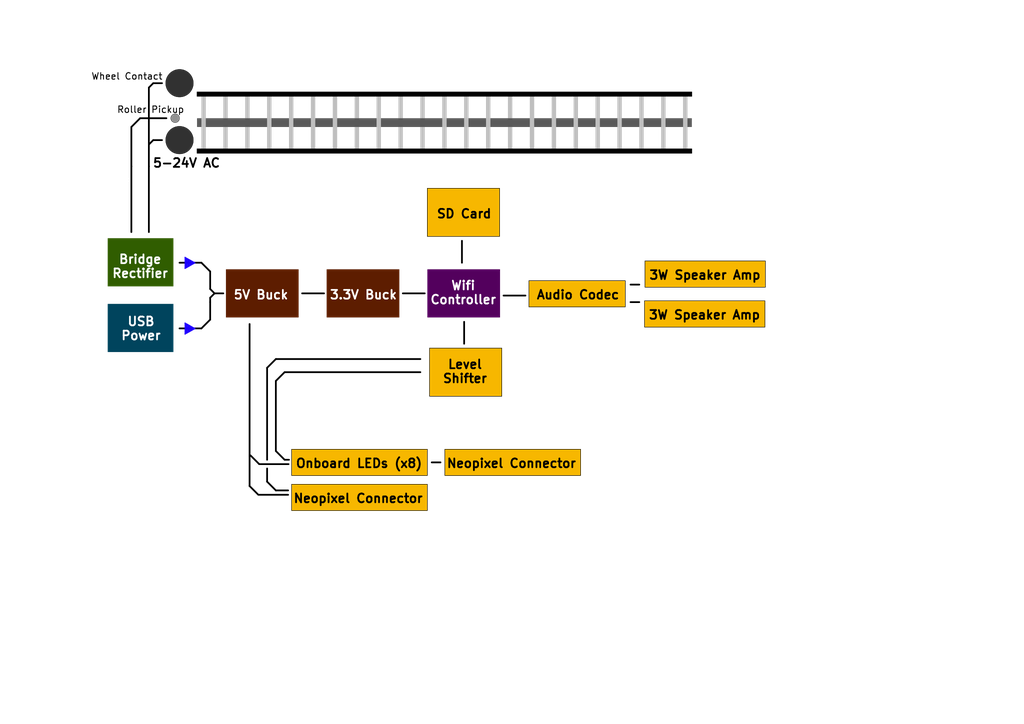
<source format=kicad_sch>
(kicad_sch
	(version 20231120)
	(generator "eeschema")
	(generator_version "8.0")
	(uuid "6daea985-e2e6-4937-a668-0ec0f2c89da8")
	(paper "A4")
	(lib_symbols)
	(polyline
		(pts
			(xy 60.96 86.36) (xy 62.23 85.09)
		)
		(stroke
			(width 0.508)
			(type default)
			(color 0 0 0 1)
		)
		(uuid "05e3a66a-83f7-43a5-8456-a8f94f9c1e82")
	)
	(polyline
		(pts
			(xy 125.222 134.112) (xy 127.762 134.112)
		)
		(stroke
			(width 0.508)
			(type default)
			(color 0 0 0 1)
		)
		(uuid "105f5fe9-c5bb-4079-9752-cd75dbaaed68")
	)
	(polyline
		(pts
			(xy 52.07 76.2) (xy 58.42 76.2)
		)
		(stroke
			(width 0.508)
			(type default)
			(color 0 0 0 1)
		)
		(uuid "1521d809-0a84-4216-a6e4-65c38b6a32d6")
	)
	(bus
		(pts
			(xy 80.01 130.81) (xy 82.55 133.35)
		)
		(stroke
			(width 0.508)
			(type default)
			(color 0 0 0 1)
		)
		(uuid "1e554e7b-9b7d-4a90-82f9-19b64e343e8d")
	)
	(polyline
		(pts
			(xy 44.45 40.64) (xy 43.18 41.91)
		)
		(stroke
			(width 0.508)
			(type default)
			(color 0 0 0 1)
		)
		(uuid "1e735667-163d-472e-a076-88989b6f35a3")
	)
	(bus
		(pts
			(xy 77.47 135.89) (xy 77.47 139.7)
		)
		(stroke
			(width 0.508)
			(type default)
			(color 0 0 0 1)
		)
		(uuid "27b524cb-af53-43c2-9cb4-7704f1cc7eb6")
	)
	(bus
		(pts
			(xy 121.92 107.95) (xy 82.55 107.95)
		)
		(stroke
			(width 0.508)
			(type default)
			(color 0 0 0 1)
		)
		(uuid "2a97e721-d41e-4732-9e00-c9d6a9eabf6f")
	)
	(polyline
		(pts
			(xy 75.057 143.51) (xy 83.566 143.51)
		)
		(stroke
			(width 0.508)
			(type default)
			(color 0 0 0 1)
		)
		(uuid "3c8dbf19-489c-4ccb-81f6-a58401212bf7")
	)
	(polyline
		(pts
			(xy 58.42 76.2) (xy 60.96 78.74)
		)
		(stroke
			(width 0.508)
			(type default)
			(color 0 0 0 1)
		)
		(uuid "48e15c95-05f3-44f0-82eb-fda5770426f6")
	)
	(polyline
		(pts
			(xy 134.62 99.695) (xy 134.62 93.345)
		)
		(stroke
			(width 0.508)
			(type default)
			(color 0 0 0 1)
		)
		(uuid "4af55de0-6128-4eaa-bdfe-30f17eb05f18")
	)
	(bus
		(pts
			(xy 82.55 107.95) (xy 80.01 110.49)
		)
		(stroke
			(width 0.508)
			(type default)
			(color 0 0 0 1)
		)
		(uuid "525517f0-d55d-496b-9c5a-b8e8970fd601")
	)
	(polyline
		(pts
			(xy 44.45 24.13) (xy 43.18 25.4)
		)
		(stroke
			(width 0.508)
			(type default)
			(color 0 0 0 1)
		)
		(uuid "52e3fbd7-d5ea-4ab6-a9f6-0ca199f09d65")
	)
	(polyline
		(pts
			(xy 60.96 87.63) (xy 60.96 86.36)
		)
		(stroke
			(width 0.508)
			(type default)
			(color 0 0 0 1)
		)
		(uuid "571078bc-634e-4741-beb8-1cf10668ce4f")
	)
	(polyline
		(pts
			(xy 62.23 85.09) (xy 64.77 85.09)
		)
		(stroke
			(width 0.508)
			(type default)
			(color 0 0 0 1)
		)
		(uuid "5ddfff46-2ffd-468a-befe-15ce2cc854e5")
	)
	(polyline
		(pts
			(xy 72.644 132.08) (xy 75.184 134.62)
		)
		(stroke
			(width 0.508)
			(type default)
			(color 0 0 0 1)
		)
		(uuid "5fb13256-e499-4951-9a3b-b0019836fff9")
	)
	(polyline
		(pts
			(xy 116.84 85.09) (xy 123.19 85.09)
		)
		(stroke
			(width 0.508)
			(type default)
			(color 0 0 0 1)
		)
		(uuid "64629586-0e15-4494-9cdb-96d561710ab3")
	)
	(polyline
		(pts
			(xy 46.99 40.64) (xy 44.45 40.64)
		)
		(stroke
			(width 0.508)
			(type default)
			(color 0 0 0 1)
		)
		(uuid "665a9348-1834-4a5c-bf9f-70b569344ca4")
	)
	(polyline
		(pts
			(xy 38.1 48.26) (xy 38.1 67.31)
		)
		(stroke
			(width 0.508)
			(type default)
			(color 0 0 0 1)
		)
		(uuid "80e171b9-4134-43bc-9923-7daaf6a91a5f")
	)
	(polyline
		(pts
			(xy 48.26 34.29) (xy 40.64 34.29)
		)
		(stroke
			(width 0.508)
			(type default)
			(color 0 0 0 1)
		)
		(uuid "8132d714-c155-4b65-9195-7fa7ccd901c7")
	)
	(polyline
		(pts
			(xy 72.39 140.97) (xy 74.93 143.51)
		)
		(stroke
			(width 0.508)
			(type default)
			(color 0 0 0 1)
		)
		(uuid "8213d4e4-156a-4da3-a03f-af3826d41abd")
	)
	(polyline
		(pts
			(xy 46.99 24.13) (xy 44.45 24.13)
		)
		(stroke
			(width 0.508)
			(type default)
			(color 0 0 0 1)
		)
		(uuid "8351e025-dbcc-426a-be1a-1dd8b3d85110")
	)
	(polyline
		(pts
			(xy 38.1 36.83) (xy 38.1 48.26)
		)
		(stroke
			(width 0.508)
			(type default)
			(color 0 0 0 1)
		)
		(uuid "87f4be5f-4e7e-4e9e-a3bb-43cb5e10f2db")
	)
	(polyline
		(pts
			(xy 60.96 78.74) (xy 60.96 83.82)
		)
		(stroke
			(width 0.508)
			(type default)
			(color 0 0 0 1)
		)
		(uuid "88a51665-724d-4e7a-b327-9b25a608e05e")
	)
	(polyline
		(pts
			(xy 87.63 85.09) (xy 93.98 85.09)
		)
		(stroke
			(width 0.508)
			(type default)
			(color 0 0 0 1)
		)
		(uuid "891deef7-c6ff-451b-91f6-fbd6e901aefa")
	)
	(polyline
		(pts
			(xy 80.01 142.24) (xy 83.566 142.24)
		)
		(stroke
			(width 0.508)
			(type default)
			(color 0 0 0 1)
		)
		(uuid "8a109217-64ce-4a5c-a19c-e632658b88bd")
	)
	(bus
		(pts
			(xy 121.92 104.14) (xy 80.01 104.14)
		)
		(stroke
			(width 0.508)
			(type default)
			(color 0 0 0 1)
		)
		(uuid "91753a48-d7f6-423d-9ef5-670079529f1a")
	)
	(bus
		(pts
			(xy 77.47 139.7) (xy 80.01 142.24)
		)
		(stroke
			(width 0.508)
			(type default)
			(color 0 0 0 1)
		)
		(uuid "97c7c1a7-1cfb-4348-8d6e-dfb225ebbdf0")
	)
	(polyline
		(pts
			(xy 40.64 34.29) (xy 38.1 36.83)
		)
		(stroke
			(width 0.508)
			(type default)
			(color 0 0 0 1)
		)
		(uuid "99e96758-c932-436b-b4b7-1c49604abc3b")
	)
	(bus
		(pts
			(xy 80.01 110.49) (xy 80.01 130.81)
		)
		(stroke
			(width 0.508)
			(type default)
			(color 0 0 0 1)
		)
		(uuid "a6862bf5-d81a-47d7-9b57-e803460ced8f")
	)
	(polyline
		(pts
			(xy 60.96 83.82) (xy 62.23 85.09)
		)
		(stroke
			(width 0.508)
			(type default)
			(color 0 0 0 1)
		)
		(uuid "a82939d5-a3ca-47b9-94b9-f321e6480ff6")
	)
	(polyline
		(pts
			(xy 43.18 25.4) (xy 43.18 48.26)
		)
		(stroke
			(width 0.508)
			(type default)
			(color 0 0 0 1)
		)
		(uuid "a837b2f7-2525-4522-add1-89a7fa26a5d9")
	)
	(polyline
		(pts
			(xy 133.985 69.85) (xy 133.985 76.2)
		)
		(stroke
			(width 0.508)
			(type default)
			(color 0 0 0 1)
		)
		(uuid "b0395b46-4813-4eb2-9977-2e074fa4e97f")
	)
	(bus
		(pts
			(xy 80.01 104.14) (xy 77.47 106.68)
		)
		(stroke
			(width 0.508)
			(type default)
			(color 0 0 0 1)
		)
		(uuid "bbf89e6f-4ec5-485b-afe4-fa6ff9bcf27b")
	)
	(polyline
		(pts
			(xy 182.88 87.63) (xy 185.42 87.63)
		)
		(stroke
			(width 0.508)
			(type default)
			(color 0 0 0 1)
		)
		(uuid "cabb5291-7760-4278-a9b3-3291154e3271")
	)
	(bus
		(pts
			(xy 77.47 106.68) (xy 77.47 133.35)
		)
		(stroke
			(width 0.508)
			(type default)
			(color 0 0 0 1)
		)
		(uuid "d133219d-a62a-436e-89d6-ca51a1ccbc7f")
	)
	(polyline
		(pts
			(xy 52.07 95.25) (xy 58.42 95.25)
		)
		(stroke
			(width 0.508)
			(type default)
			(color 0 0 0 1)
		)
		(uuid "d2878407-bd73-40cf-9a55-5fbcf61d6251")
	)
	(polyline
		(pts
			(xy 60.96 87.63) (xy 60.96 92.71)
		)
		(stroke
			(width 0.508)
			(type default)
			(color 0 0 0 1)
		)
		(uuid "d677ac50-cded-40aa-bf76-a496485bc178")
	)
	(polyline
		(pts
			(xy 146.05 85.725) (xy 152.4 85.725)
		)
		(stroke
			(width 0.508)
			(type default)
			(color 0 0 0 1)
		)
		(uuid "e12ffe92-08d3-44ff-9524-951268bad11c")
	)
	(polyline
		(pts
			(xy 58.42 95.25) (xy 60.96 92.71)
		)
		(stroke
			(width 0.508)
			(type default)
			(color 0 0 0 1)
		)
		(uuid "e1632af8-a51c-407a-88a3-ee7ced9357cb")
	)
	(polyline
		(pts
			(xy 75.184 134.62) (xy 83.693 134.62)
		)
		(stroke
			(width 0.508)
			(type default)
			(color 0 0 0 1)
		)
		(uuid "ecf2258a-9513-46ea-a782-23cd637365e0")
	)
	(polyline
		(pts
			(xy 182.88 82.55) (xy 185.42 82.55)
		)
		(stroke
			(width 0.508)
			(type default)
			(color 0 0 0 1)
		)
		(uuid "efd5ed20-5a35-44ea-9716-0a725b0475c1")
	)
	(bus
		(pts
			(xy 82.55 133.35) (xy 83.82 133.35)
		)
		(stroke
			(width 0.508)
			(type default)
			(color 0 0 0 1)
		)
		(uuid "f1abc590-d7ec-460c-92ea-e9f3e3a51ed1")
	)
	(polyline
		(pts
			(xy 72.39 93.98) (xy 72.39 140.97)
		)
		(stroke
			(width 0.508)
			(type default)
			(color 0 0 0 1)
		)
		(uuid "fa3f9809-cb20-4c87-a2f1-c02bfdc63557")
	)
	(polyline
		(pts
			(xy 43.18 48.26) (xy 43.18 67.31)
		)
		(stroke
			(width 0.508)
			(type default)
			(color 0 0 0 1)
		)
		(uuid "fcbc1078-88dc-46b7-a161-3ea890fdcee7")
	)
	(rectangle
		(start 57.15 34.29)
		(end 200.66 36.83)
		(stroke
			(width -0.0001)
			(type default)
			(color 0 0 0 1)
		)
		(fill
			(type color)
			(color 89 89 89 1)
		)
		(uuid 178c1b01-dc2a-4dec-9bf0-55826f8758ec)
	)
	(rectangle
		(start 84.582 130.302)
		(end 123.952 137.922)
		(stroke
			(width 0)
			(type default)
			(color 0 0 0 1)
		)
		(fill
			(type color)
			(color 247 183 0 1)
		)
		(uuid 22397b21-9583-4d5e-8f1a-7a86a7db86d0)
	)
	(rectangle
		(start 31.242 69.088)
		(end 50.292 83.058)
		(stroke
			(width -0.0001)
			(type default)
		)
		(fill
			(type color)
			(color 48 93 0 1)
		)
		(uuid 2352cd1f-c32f-4613-b2e4-5887d0e5bcff)
	)
	(rectangle
		(start 198.12 27.94)
		(end 199.39 43.18)
		(stroke
			(width -0.0001)
			(type default)
		)
		(fill
			(type color)
			(color 191 191 191 1)
		)
		(uuid 24a62eab-510b-4773-9efc-7d622f81a09c)
	)
	(rectangle
		(start 121.92 27.94)
		(end 123.19 43.18)
		(stroke
			(width -0.0001)
			(type default)
		)
		(fill
			(type color)
			(color 191 191 191 1)
		)
		(uuid 283edae1-896d-431f-afc5-a204cf8a65be)
	)
	(rectangle
		(start 77.47 27.94)
		(end 78.74 43.18)
		(stroke
			(width -0.0001)
			(type default)
		)
		(fill
			(type color)
			(color 191 191 191 1)
		)
		(uuid 2bb6be27-efc7-4387-af8e-40909885e1fa)
	)
	(rectangle
		(start 187.071 75.692)
		(end 221.996 83.312)
		(stroke
			(width 0)
			(type default)
			(color 0 0 0 1)
		)
		(fill
			(type color)
			(color 247 183 0 1)
		)
		(uuid 303162c8-7374-4d8b-ba38-dbd95eec988e)
	)
	(rectangle
		(start 102.87 27.94)
		(end 104.14 43.18)
		(stroke
			(width -0.0001)
			(type default)
		)
		(fill
			(type color)
			(color 191 191 191 1)
		)
		(uuid 34e02b8c-e1e3-4754-8c0c-3a7f69ad2391)
	)
	(rectangle
		(start 57.15 26.67)
		(end 200.66 27.94)
		(stroke
			(width 0)
			(type default)
			(color 0 0 0 1)
		)
		(fill
			(type color)
			(color 0 0 0 1)
		)
		(uuid 3907f22a-8c85-46f2-8eb5-d2b9f0959778)
	)
	(rectangle
		(start 94.742 78.105)
		(end 115.824 92.075)
		(stroke
			(width -0.0001)
			(type default)
		)
		(fill
			(type color)
			(color 93 29 0 1)
		)
		(uuid 44867f6b-4795-43ef-bedf-478d00621c2a)
	)
	(rectangle
		(start 84.582 140.462)
		(end 123.952 148.082)
		(stroke
			(width 0)
			(type default)
			(color 0 0 0 1)
		)
		(fill
			(type color)
			(color 247 183 0 1)
		)
		(uuid 49ae314c-3cd9-40da-9533-5b344a9e0857)
	)
	(rectangle
		(start 153.67 27.94)
		(end 154.94 43.18)
		(stroke
			(width -0.0001)
			(type default)
		)
		(fill
			(type color)
			(color 191 191 191 1)
		)
		(uuid 4c69a45a-0fbd-4624-8cc3-ded19eda201d)
	)
	(rectangle
		(start 172.72 27.94)
		(end 173.99 43.18)
		(stroke
			(width -0.0001)
			(type default)
		)
		(fill
			(type color)
			(color 191 191 191 1)
		)
		(uuid 53fd8e7d-f70d-4412-bd2d-82170a9e0b5d)
	)
	(rectangle
		(start 90.17 27.94)
		(end 91.44 43.18)
		(stroke
			(width -0.0001)
			(type default)
		)
		(fill
			(type color)
			(color 191 191 191 1)
		)
		(uuid 557f82fe-5c95-441c-b459-409b79178284)
	)
	(rectangle
		(start 115.57 27.94)
		(end 116.84 43.18)
		(stroke
			(width -0.0001)
			(type default)
		)
		(fill
			(type color)
			(color 191 191 191 1)
		)
		(uuid 60a0d98b-fca0-48b0-94d3-f20fea4bb5ca)
	)
	(rectangle
		(start 185.42 27.94)
		(end 186.69 43.18)
		(stroke
			(width -0.0001)
			(type default)
		)
		(fill
			(type color)
			(color 191 191 191 1)
		)
		(uuid 634d6015-f27e-4ec8-9421-23903eab3727)
	)
	(rectangle
		(start 147.32 27.94)
		(end 148.59 43.18)
		(stroke
			(width -0.0001)
			(type default)
		)
		(fill
			(type color)
			(color 191 191 191 1)
		)
		(uuid 71c877c4-bae8-4428-90f5-ffc6b70f9069)
	)
	(rectangle
		(start 64.77 27.94)
		(end 66.04 43.18)
		(stroke
			(width -0.0001)
			(type default)
		)
		(fill
			(type color)
			(color 191 191 191 1)
		)
		(uuid 754c56d5-6420-4b8f-bc9a-ae49f2e832f5)
	)
	(rectangle
		(start 129.032 130.302)
		(end 168.402 137.922)
		(stroke
			(width 0)
			(type default)
			(color 0 0 0 1)
		)
		(fill
			(type color)
			(color 247 183 0 1)
		)
		(uuid 75e4bf93-e3c3-4273-80a0-ff344dfaca75)
	)
	(rectangle
		(start 123.952 68.58)
		(end 144.907 54.61)
		(stroke
			(width 0)
			(type default)
			(color 0 0 0 1)
		)
		(fill
			(type color)
			(color 247 183 0 1)
		)
		(uuid 78f25ef4-7bb8-4e1c-bba7-18826a1895fa)
	)
	(rectangle
		(start 160.02 27.94)
		(end 161.29 43.18)
		(stroke
			(width -0.0001)
			(type default)
		)
		(fill
			(type color)
			(color 191 191 191 1)
		)
		(uuid 7ab76d16-3f10-4149-b44f-b2315fb604c4)
	)
	(rectangle
		(start 128.27 27.94)
		(end 129.54 43.18)
		(stroke
			(width -0.0001)
			(type default)
		)
		(fill
			(type color)
			(color 191 191 191 1)
		)
		(uuid 81a2b6df-f615-45bf-ab17-d5f58e67ab50)
	)
	(rectangle
		(start 140.97 27.94)
		(end 142.24 43.18)
		(stroke
			(width -0.0001)
			(type default)
		)
		(fill
			(type color)
			(color 191 191 191 1)
		)
		(uuid 84d9906a-bb1a-4b66-8b7e-06dbe9144399)
	)
	(rectangle
		(start 71.12 27.94)
		(end 72.39 43.18)
		(stroke
			(width -0.0001)
			(type default)
		)
		(fill
			(type color)
			(color 191 191 191 1)
		)
		(uuid 8606e167-9810-43b1-be20-58e562015862)
	)
	(rectangle
		(start 166.37 27.94)
		(end 167.64 43.18)
		(stroke
			(width -0.0001)
			(type default)
		)
		(fill
			(type color)
			(color 191 191 191 1)
		)
		(uuid 91482bf2-e3b3-45b6-8d9c-c5e04fb78e70)
	)
	(rectangle
		(start 186.944 87.249)
		(end 221.869 94.869)
		(stroke
			(width 0)
			(type default)
			(color 0 0 0 1)
		)
		(fill
			(type color)
			(color 247 183 0 1)
		)
		(uuid 9e29a115-2a49-4817-87e7-04f6b5c15a74)
	)
	(rectangle
		(start 65.532 78.105)
		(end 86.614 92.075)
		(stroke
			(width -0.0001)
			(type default)
		)
		(fill
			(type color)
			(color 93 29 0 1)
		)
		(uuid a7f89355-6c6b-4abe-bd88-e24ecf2c960a)
	)
	(rectangle
		(start 96.52 27.94)
		(end 97.79 43.18)
		(stroke
			(width -0.0001)
			(type default)
		)
		(fill
			(type color)
			(color 191 191 191 1)
		)
		(uuid ad6970b1-9f55-452d-9d64-de7c1cd04894)
	)
	(circle
		(center 52.07 24.13)
		(radius 4.0161)
		(stroke
			(width 0.0508)
			(type default)
			(color 0 0 0 1)
		)
		(fill
			(type color)
			(color 49 49 49 1)
		)
		(uuid b21b95aa-99d1-4ed1-979f-d01ef5a8e690)
	)
	(rectangle
		(start 124.587 100.965)
		(end 145.542 114.935)
		(stroke
			(width 0)
			(type default)
			(color 0 0 0 1)
		)
		(fill
			(type color)
			(color 247 183 0 1)
		)
		(uuid b90f809d-4c94-4e98-9c37-ebf54615dd71)
	)
	(rectangle
		(start 83.82 27.94)
		(end 85.09 43.18)
		(stroke
			(width -0.0001)
			(type default)
		)
		(fill
			(type color)
			(color 191 191 191 1)
		)
		(uuid bf971e46-99bf-415d-abeb-6117ea6f3917)
	)
	(rectangle
		(start 58.42 27.94)
		(end 59.69 43.18)
		(stroke
			(width -0.0001)
			(type default)
		)
		(fill
			(type color)
			(color 191 191 191 1)
		)
		(uuid c00ed8a1-9bb8-48c4-acf9-a0051a707d22)
	)
	(rectangle
		(start 31.242 88.138)
		(end 50.292 102.108)
		(stroke
			(width -0.0001)
			(type default)
		)
		(fill
			(type color)
			(color 0 68 93 1)
		)
		(uuid d360a82a-0dcb-41a5-84a5-9b6875bb8d8d)
	)
	(rectangle
		(start 123.952 78.105)
		(end 145.034 92.075)
		(stroke
			(width -0.0001)
			(type default)
		)
		(fill
			(type color)
			(color 83 0 93 1)
		)
		(uuid e1e77d3e-8434-4b0c-9d93-1a951efcb8f0)
	)
	(rectangle
		(start 191.77 27.94)
		(end 193.04 43.18)
		(stroke
			(width -0.0001)
			(type default)
		)
		(fill
			(type color)
			(color 191 191 191 1)
		)
		(uuid edb7584b-4618-4a4e-8a39-61e6fa1f1cbb)
	)
	(circle
		(center 50.8 34.29)
		(radius 1.27)
		(stroke
			(width 0.0508)
			(type default)
			(color 0 0 0 1)
		)
		(fill
			(type color)
			(color 145 145 145 1)
		)
		(uuid ee324558-34e5-4f9a-9d33-b3667188a406)
	)
	(rectangle
		(start 57.15 43.18)
		(end 200.66 44.45)
		(stroke
			(width 0)
			(type default)
			(color 0 0 0 1)
		)
		(fill
			(type color)
			(color 0 0 0 1)
		)
		(uuid ef7a3e58-8157-4edd-bafe-6b036607a29b)
	)
	(rectangle
		(start 179.07 27.94)
		(end 180.34 43.18)
		(stroke
			(width -0.0001)
			(type default)
		)
		(fill
			(type color)
			(color 191 191 191 1)
		)
		(uuid f51ce9cc-7dff-4373-9f84-f03f99a1c3b3)
	)
	(rectangle
		(start 109.22 27.94)
		(end 110.49 43.18)
		(stroke
			(width -0.0001)
			(type default)
		)
		(fill
			(type color)
			(color 191 191 191 1)
		)
		(uuid f733cd8a-5679-42dd-bfa0-a1dd839d8dff)
	)
	(rectangle
		(start 153.416 81.407)
		(end 181.356 89.027)
		(stroke
			(width 0)
			(type default)
			(color 0 0 0 1)
		)
		(fill
			(type color)
			(color 247 183 0 1)
		)
		(uuid f758b331-60a1-4426-953c-3a472ccf48e0)
	)
	(rectangle
		(start 134.62 27.94)
		(end 135.89 43.18)
		(stroke
			(width -0.0001)
			(type default)
		)
		(fill
			(type color)
			(color 191 191 191 1)
		)
		(uuid fca2c0e7-2694-4859-95dd-598424130938)
	)
	(circle
		(center 52.07 40.64)
		(radius 4.0161)
		(stroke
			(width 0.0508)
			(type default)
			(color 0 0 0 1)
		)
		(fill
			(type color)
			(color 49 49 49 1)
		)
		(uuid fd9ef1d6-72b5-4bd5-9254-37c95e0ba06d)
	)
	(text "Audio Codec"
		(exclude_from_sim no)
		(at 167.64 85.725 0)
		(effects
			(font
				(size 2.54 2.54)
				(thickness 0.508)
				(bold yes)
				(color 0 0 0 1)
			)
		)
		(uuid "00362095-8653-40a0-871b-7d72b6ca3b72")
	)
	(text "3W Speaker Amp"
		(exclude_from_sim no)
		(at 204.343 91.567 0)
		(effects
			(font
				(size 2.54 2.54)
				(thickness 0.508)
				(bold yes)
				(color 0 0 0 1)
			)
		)
		(uuid "00cc787d-a89a-4aa6-91b6-f196c2065f34")
	)
	(text "5V Buck"
		(exclude_from_sim no)
		(at 75.692 85.725 0)
		(effects
			(font
				(size 2.54 2.54)
				(thickness 0.508)
				(bold yes)
				(color 255 255 255 1)
			)
		)
		(uuid "16019256-03f4-45fb-bd01-97c503f3f6b4")
	)
	(text "Onboard LEDs (x8)"
		(exclude_from_sim no)
		(at 104.14 134.62 0)
		(effects
			(font
				(size 2.54 2.54)
				(thickness 0.508)
				(bold yes)
				(color 0 0 0 1)
			)
		)
		(uuid "1b7a4019-57f3-4120-b010-011ca97aa721")
	)
	(text "Wheel Contact"
		(exclude_from_sim no)
		(at 36.83 22.352 0)
		(effects
			(font
				(size 1.905 1.905)
				(thickness 0.254)
				(bold yes)
				(color 0 0 0 1)
			)
		)
		(uuid "1dd92add-3314-49bc-9427-1733ff315d3e")
	)
	(text "▶"
		(exclude_from_sim no)
		(at 55.118 76.2 0)
		(effects
			(font
				(size 3.81 3.81)
				(thickness 0.254)
				(bold yes)
				(color 26 0 255 1)
			)
		)
		(uuid "32c94b94-7841-4991-b2d4-74cb37345c0b")
	)
	(text "SD Card"
		(exclude_from_sim no)
		(at 134.62 62.23 0)
		(effects
			(font
				(size 2.54 2.54)
				(thickness 0.508)
				(bold yes)
				(color 0 0 0 1)
			)
		)
		(uuid "33b440cf-b1a7-457b-8f36-50a9fc62efe8")
	)
	(text "Roller Pickup"
		(exclude_from_sim no)
		(at 43.688 32.004 0)
		(effects
			(font
				(size 1.905 1.905)
				(thickness 0.254)
				(bold yes)
				(color 0 0 0 1)
			)
		)
		(uuid "3e64e912-dffb-4fc1-8db6-09de4fe94450")
	)
	(text "Bridge\nRectifier"
		(exclude_from_sim no)
		(at 40.64 77.47 0)
		(effects
			(font
				(size 2.54 2.54)
				(thickness 0.508)
				(bold yes)
				(color 255 255 255 1)
			)
		)
		(uuid "583648ce-a6d3-4144-ab87-59aa06418d69")
	)
	(text "Wifi\nController"
		(exclude_from_sim no)
		(at 134.366 85.09 0)
		(effects
			(font
				(size 2.54 2.54)
				(thickness 0.508)
				(bold yes)
				(color 255 255 255 1)
			)
		)
		(uuid "6259da73-7015-458a-ac46-2b767ff56ab9")
	)
	(text "5-24V AC"
		(exclude_from_sim no)
		(at 54.102 47.498 0)
		(effects
			(font
				(size 2.54 2.54)
				(thickness 0.508)
				(bold yes)
				(color 0 0 0 1)
			)
		)
		(uuid "64341edf-b2a1-486d-91d5-081486dbfeeb")
	)
	(text "3W Speaker Amp"
		(exclude_from_sim no)
		(at 204.47 80.01 0)
		(effects
			(font
				(size 2.54 2.54)
				(thickness 0.508)
				(bold yes)
				(color 0 0 0 1)
			)
		)
		(uuid "65c82bbd-65ce-45ac-8556-a9a48d3f0812")
	)
	(text "Neopixel Connector"
		(exclude_from_sim no)
		(at 103.886 144.78 0)
		(effects
			(font
				(size 2.54 2.54)
				(thickness 0.508)
				(bold yes)
				(color 0 0 0 1)
			)
		)
		(uuid "675c7392-a42c-455d-bebd-b5f7190ec9ea")
	)
	(text "▶"
		(exclude_from_sim no)
		(at 55.118 95.25 0)
		(effects
			(font
				(size 3.81 3.81)
				(thickness 0.254)
				(bold yes)
				(color 26 0 255 1)
			)
		)
		(uuid "6819ed4e-1f13-43d4-adfe-4e6bcab1d877")
	)
	(text "Neopixel Connector"
		(exclude_from_sim no)
		(at 148.336 134.62 0)
		(effects
			(font
				(size 2.54 2.54)
				(thickness 0.508)
				(bold yes)
				(color 0 0 0 1)
			)
		)
		(uuid "8140b482-27a3-48ae-abbd-ebda6016675f")
	)
	(text "Level\nShifter"
		(exclude_from_sim no)
		(at 134.874 107.95 0)
		(effects
			(font
				(size 2.54 2.54)
				(thickness 0.508)
				(bold yes)
				(color 0 0 0 1)
			)
		)
		(uuid "a22b3cf9-67bd-47f9-a7ee-19c2e26bfcec")
	)
	(text "~ ~"
		(exclude_from_sim no)
		(at 41.148 52.578 0)
		(effects
			(font
				(size 7.62 7.62)
				(color 255 255 255 1)
			)
		)
		(uuid "aa906646-0db8-4cfd-81e1-883a7f937b15")
	)
	(text "3.3V Buck"
		(exclude_from_sim no)
		(at 105.41 85.725 0)
		(effects
			(font
				(size 2.54 2.54)
				(thickness 0.508)
				(bold yes)
				(color 255 255 255 1)
			)
		)
		(uuid "c05d8f0e-ba08-44e0-8e65-ac7f68ba9995")
	)
	(text "USB\nPower"
		(exclude_from_sim no)
		(at 40.894 95.504 0)
		(effects
			(font
				(size 2.54 2.54)
				(thickness 0.508)
				(bold yes)
				(color 255 255 255 1)
			)
		)
		(uuid "ff863e86-b2f3-4caa-8df8-e1ee4be65f24")
	)
)

</source>
